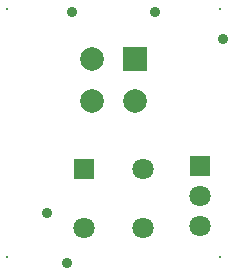
<source format=gbs>
G04*
G04 #@! TF.GenerationSoftware,Altium Limited,Altium Designer,19.1.5 (86)*
G04*
G04 Layer_Color=16711935*
%FSAX44Y44*%
%MOMM*%
G71*
G01*
G75*
%ADD24R,2.0000X2.0000*%
%ADD25C,2.0000*%
%ADD26R,1.8000X1.8000*%
%ADD27C,1.8000*%
%ADD28R,1.8000X1.8000*%
G04:AMPARAMS|DCode=29|XSize=0.2mm|YSize=0.2mm|CornerRadius=0mm|HoleSize=0mm|Usage=FLASHONLY|Rotation=90.000|XOffset=0mm|YOffset=0mm|HoleType=Round|Shape=RoundedRectangle|*
%AMROUNDEDRECTD29*
21,1,0.2000,0.2000,0,0,90.0*
21,1,0.2000,0.2000,0,0,90.0*
1,1,0.0000,0.1000,0.1000*
1,1,0.0000,0.1000,-0.1000*
1,1,0.0000,-0.1000,-0.1000*
1,1,0.0000,-0.1000,0.1000*
%
%ADD29ROUNDEDRECTD29*%
%ADD30C,0.9000*%
D24*
X02962760Y02560960D02*
D03*
D25*
X02926840D02*
D03*
Y02525040D02*
D03*
X02962760D02*
D03*
D26*
X03018300Y02470400D02*
D03*
D27*
Y02445000D02*
D03*
Y02419600D02*
D03*
X02969800Y02418000D02*
D03*
Y02468000D02*
D03*
X02919800Y02418000D02*
D03*
D28*
Y02468000D02*
D03*
D29*
X03034800Y02603000D02*
D03*
X02854800D02*
D03*
X03034800Y02393000D02*
D03*
X02854800D02*
D03*
D30*
X03037550Y02578000D02*
D03*
X02888245Y02430750D02*
D03*
X02909800Y02601000D02*
D03*
X02979800D02*
D03*
X02905155Y02388000D02*
D03*
M02*

</source>
